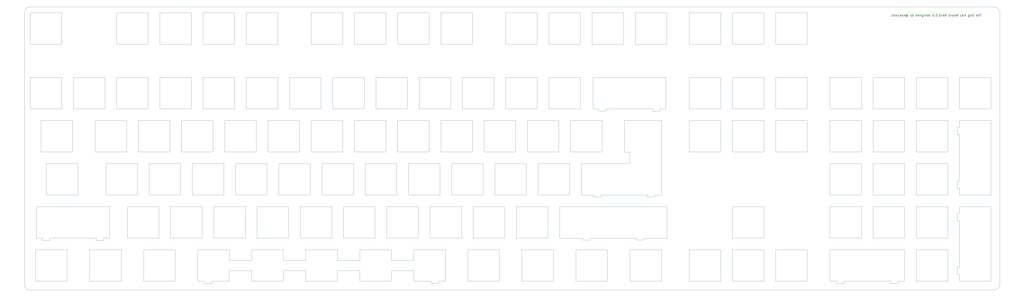
<source format=gbo>
G04 #@! TF.GenerationSoftware,KiCad,Pcbnew,(5.1.5)-3*
G04 #@! TF.CreationDate,2021-02-16T22:22:21+09:00*
G04 #@! TF.ProjectId,topplate,746f7070-6c61-4746-952e-6b696361645f,rev?*
G04 #@! TF.SameCoordinates,Original*
G04 #@! TF.FileFunction,Legend,Bot*
G04 #@! TF.FilePolarity,Positive*
%FSLAX46Y46*%
G04 Gerber Fmt 4.6, Leading zero omitted, Abs format (unit mm)*
G04 Created by KiCad (PCBNEW (5.1.5)-3) date 2021-02-16 22:22:21*
%MOMM*%
%LPD*%
G04 APERTURE LIST*
%ADD10C,0.150000*%
%ADD11C,0.010000*%
%ADD12C,2.302000*%
G04 APERTURE END LIST*
D10*
X412303261Y6389619D02*
X411731833Y6389619D01*
X412017547Y5389619D02*
X412017547Y6389619D01*
X411398500Y5389619D02*
X411398500Y6389619D01*
X410969928Y5389619D02*
X410969928Y5913428D01*
X411017547Y6008666D01*
X411112785Y6056285D01*
X411255642Y6056285D01*
X411350880Y6008666D01*
X411398500Y5961047D01*
X410112785Y5437238D02*
X410208023Y5389619D01*
X410398500Y5389619D01*
X410493738Y5437238D01*
X410541357Y5532476D01*
X410541357Y5913428D01*
X410493738Y6008666D01*
X410398500Y6056285D01*
X410208023Y6056285D01*
X410112785Y6008666D01*
X410065166Y5913428D01*
X410065166Y5818190D01*
X410541357Y5722952D01*
X408874690Y5389619D02*
X408874690Y6389619D01*
X408636595Y6389619D01*
X408493738Y6342000D01*
X408398500Y6246761D01*
X408350880Y6151523D01*
X408303261Y5961047D01*
X408303261Y5818190D01*
X408350880Y5627714D01*
X408398500Y5532476D01*
X408493738Y5437238D01*
X408636595Y5389619D01*
X408874690Y5389619D01*
X407731833Y5389619D02*
X407827071Y5437238D01*
X407874690Y5484857D01*
X407922309Y5580095D01*
X407922309Y5865809D01*
X407874690Y5961047D01*
X407827071Y6008666D01*
X407731833Y6056285D01*
X407588976Y6056285D01*
X407493738Y6008666D01*
X407446119Y5961047D01*
X407398500Y5865809D01*
X407398500Y5580095D01*
X407446119Y5484857D01*
X407493738Y5437238D01*
X407588976Y5389619D01*
X407731833Y5389619D01*
X406541357Y6056285D02*
X406541357Y5246761D01*
X406588976Y5151523D01*
X406636595Y5103904D01*
X406731833Y5056285D01*
X406874690Y5056285D01*
X406969928Y5103904D01*
X406541357Y5437238D02*
X406636595Y5389619D01*
X406827071Y5389619D01*
X406922309Y5437238D01*
X406969928Y5484857D01*
X407017547Y5580095D01*
X407017547Y5865809D01*
X406969928Y5961047D01*
X406922309Y6008666D01*
X406827071Y6056285D01*
X406636595Y6056285D01*
X406541357Y6008666D01*
X405303261Y5389619D02*
X405303261Y6389619D01*
X404731833Y5389619D02*
X405160404Y5961047D01*
X404731833Y6389619D02*
X405303261Y5818190D01*
X403922309Y5437238D02*
X404017547Y5389619D01*
X404208023Y5389619D01*
X404303261Y5437238D01*
X404350880Y5532476D01*
X404350880Y5913428D01*
X404303261Y6008666D01*
X404208023Y6056285D01*
X404017547Y6056285D01*
X403922309Y6008666D01*
X403874690Y5913428D01*
X403874690Y5818190D01*
X404350880Y5722952D01*
X403541357Y6056285D02*
X403303261Y5389619D01*
X403065166Y6056285D02*
X403303261Y5389619D01*
X403398500Y5151523D01*
X403446119Y5103904D01*
X403541357Y5056285D01*
X401588976Y5913428D02*
X401446119Y5865809D01*
X401398500Y5818190D01*
X401350880Y5722952D01*
X401350880Y5580095D01*
X401398500Y5484857D01*
X401446119Y5437238D01*
X401541357Y5389619D01*
X401922309Y5389619D01*
X401922309Y6389619D01*
X401588976Y6389619D01*
X401493738Y6342000D01*
X401446119Y6294380D01*
X401398500Y6199142D01*
X401398500Y6103904D01*
X401446119Y6008666D01*
X401493738Y5961047D01*
X401588976Y5913428D01*
X401922309Y5913428D01*
X400779452Y5389619D02*
X400874690Y5437238D01*
X400922309Y5484857D01*
X400969928Y5580095D01*
X400969928Y5865809D01*
X400922309Y5961047D01*
X400874690Y6008666D01*
X400779452Y6056285D01*
X400636595Y6056285D01*
X400541357Y6008666D01*
X400493738Y5961047D01*
X400446119Y5865809D01*
X400446119Y5580095D01*
X400493738Y5484857D01*
X400541357Y5437238D01*
X400636595Y5389619D01*
X400779452Y5389619D01*
X399588976Y5389619D02*
X399588976Y5913428D01*
X399636595Y6008666D01*
X399731833Y6056285D01*
X399922309Y6056285D01*
X400017547Y6008666D01*
X399588976Y5437238D02*
X399684214Y5389619D01*
X399922309Y5389619D01*
X400017547Y5437238D01*
X400065166Y5532476D01*
X400065166Y5627714D01*
X400017547Y5722952D01*
X399922309Y5770571D01*
X399684214Y5770571D01*
X399588976Y5818190D01*
X399112785Y5389619D02*
X399112785Y6056285D01*
X399112785Y5865809D02*
X399065166Y5961047D01*
X399017547Y6008666D01*
X398922309Y6056285D01*
X398827071Y6056285D01*
X398065166Y5389619D02*
X398065166Y6389619D01*
X398065166Y5437238D02*
X398160404Y5389619D01*
X398350880Y5389619D01*
X398446119Y5437238D01*
X398493738Y5484857D01*
X398541357Y5580095D01*
X398541357Y5865809D01*
X398493738Y5961047D01*
X398446119Y6008666D01*
X398350880Y6056285D01*
X398160404Y6056285D01*
X398065166Y6008666D01*
X396255642Y5389619D02*
X396588976Y5865809D01*
X396827071Y5389619D02*
X396827071Y6389619D01*
X396446119Y6389619D01*
X396350880Y6342000D01*
X396303261Y6294380D01*
X396255642Y6199142D01*
X396255642Y6056285D01*
X396303261Y5961047D01*
X396350880Y5913428D01*
X396446119Y5865809D01*
X396827071Y5865809D01*
X395446119Y5437238D02*
X395541357Y5389619D01*
X395731833Y5389619D01*
X395827071Y5437238D01*
X395874690Y5532476D01*
X395874690Y5913428D01*
X395827071Y6008666D01*
X395731833Y6056285D01*
X395541357Y6056285D01*
X395446119Y6008666D01*
X395398500Y5913428D01*
X395398500Y5818190D01*
X395874690Y5722952D01*
X395065166Y6056285D02*
X394827071Y5389619D01*
X394588976Y6056285D01*
X394255642Y6294380D02*
X394208023Y6342000D01*
X394112785Y6389619D01*
X393874690Y6389619D01*
X393779452Y6342000D01*
X393731833Y6294380D01*
X393684214Y6199142D01*
X393684214Y6103904D01*
X393731833Y5961047D01*
X394303261Y5389619D01*
X393684214Y5389619D01*
X393255642Y5484857D02*
X393208023Y5437238D01*
X393255642Y5389619D01*
X393303261Y5437238D01*
X393255642Y5484857D01*
X393255642Y5389619D01*
X392588976Y6389619D02*
X392493738Y6389619D01*
X392398500Y6342000D01*
X392350880Y6294380D01*
X392303261Y6199142D01*
X392255642Y6008666D01*
X392255642Y5770571D01*
X392303261Y5580095D01*
X392350880Y5484857D01*
X392398500Y5437238D01*
X392493738Y5389619D01*
X392588976Y5389619D01*
X392684214Y5437238D01*
X392731833Y5484857D01*
X392779452Y5580095D01*
X392827071Y5770571D01*
X392827071Y6008666D01*
X392779452Y6199142D01*
X392731833Y6294380D01*
X392684214Y6342000D01*
X392588976Y6389619D01*
X391827071Y5484857D02*
X391779452Y5437238D01*
X391827071Y5389619D01*
X391874690Y5437238D01*
X391827071Y5484857D01*
X391827071Y5389619D01*
X391160404Y6389619D02*
X391065166Y6389619D01*
X390969928Y6342000D01*
X390922309Y6294380D01*
X390874690Y6199142D01*
X390827071Y6008666D01*
X390827071Y5770571D01*
X390874690Y5580095D01*
X390922309Y5484857D01*
X390969928Y5437238D01*
X391065166Y5389619D01*
X391160404Y5389619D01*
X391255642Y5437238D01*
X391303261Y5484857D01*
X391350880Y5580095D01*
X391398500Y5770571D01*
X391398500Y6008666D01*
X391350880Y6199142D01*
X391303261Y6294380D01*
X391255642Y6342000D01*
X391160404Y6389619D01*
X389208023Y5389619D02*
X389208023Y6389619D01*
X389208023Y5437238D02*
X389303261Y5389619D01*
X389493738Y5389619D01*
X389588976Y5437238D01*
X389636595Y5484857D01*
X389684214Y5580095D01*
X389684214Y5865809D01*
X389636595Y5961047D01*
X389588976Y6008666D01*
X389493738Y6056285D01*
X389303261Y6056285D01*
X389208023Y6008666D01*
X388350880Y5437238D02*
X388446119Y5389619D01*
X388636595Y5389619D01*
X388731833Y5437238D01*
X388779452Y5532476D01*
X388779452Y5913428D01*
X388731833Y6008666D01*
X388636595Y6056285D01*
X388446119Y6056285D01*
X388350880Y6008666D01*
X388303261Y5913428D01*
X388303261Y5818190D01*
X388779452Y5722952D01*
X387922309Y5437238D02*
X387827071Y5389619D01*
X387636595Y5389619D01*
X387541357Y5437238D01*
X387493738Y5532476D01*
X387493738Y5580095D01*
X387541357Y5675333D01*
X387636595Y5722952D01*
X387779452Y5722952D01*
X387874690Y5770571D01*
X387922309Y5865809D01*
X387922309Y5913428D01*
X387874690Y6008666D01*
X387779452Y6056285D01*
X387636595Y6056285D01*
X387541357Y6008666D01*
X387065166Y5389619D02*
X387065166Y6056285D01*
X387065166Y6389619D02*
X387112785Y6342000D01*
X387065166Y6294380D01*
X387017547Y6342000D01*
X387065166Y6389619D01*
X387065166Y6294380D01*
X386160404Y6056285D02*
X386160404Y5246761D01*
X386208023Y5151523D01*
X386255642Y5103904D01*
X386350880Y5056285D01*
X386493738Y5056285D01*
X386588976Y5103904D01*
X386160404Y5437238D02*
X386255642Y5389619D01*
X386446119Y5389619D01*
X386541357Y5437238D01*
X386588976Y5484857D01*
X386636595Y5580095D01*
X386636595Y5865809D01*
X386588976Y5961047D01*
X386541357Y6008666D01*
X386446119Y6056285D01*
X386255642Y6056285D01*
X386160404Y6008666D01*
X385684214Y6056285D02*
X385684214Y5389619D01*
X385684214Y5961047D02*
X385636595Y6008666D01*
X385541357Y6056285D01*
X385398500Y6056285D01*
X385303261Y6008666D01*
X385255642Y5913428D01*
X385255642Y5389619D01*
X384398500Y5437238D02*
X384493738Y5389619D01*
X384684214Y5389619D01*
X384779452Y5437238D01*
X384827071Y5532476D01*
X384827071Y5913428D01*
X384779452Y6008666D01*
X384684214Y6056285D01*
X384493738Y6056285D01*
X384398500Y6008666D01*
X384350880Y5913428D01*
X384350880Y5818190D01*
X384827071Y5722952D01*
X383493738Y5389619D02*
X383493738Y6389619D01*
X383493738Y5437238D02*
X383588976Y5389619D01*
X383779452Y5389619D01*
X383874690Y5437238D01*
X383922309Y5484857D01*
X383969928Y5580095D01*
X383969928Y5865809D01*
X383922309Y5961047D01*
X383874690Y6008666D01*
X383779452Y6056285D01*
X383588976Y6056285D01*
X383493738Y6008666D01*
X382255642Y5389619D02*
X382255642Y6389619D01*
X382255642Y6008666D02*
X382160404Y6056285D01*
X381969928Y6056285D01*
X381874690Y6008666D01*
X381827071Y5961047D01*
X381779452Y5865809D01*
X381779452Y5580095D01*
X381827071Y5484857D01*
X381874690Y5437238D01*
X381969928Y5389619D01*
X382160404Y5389619D01*
X382255642Y5437238D01*
X381446119Y6056285D02*
X381208023Y5389619D01*
X380969928Y6056285D02*
X381208023Y5389619D01*
X381303261Y5151523D01*
X381350880Y5103904D01*
X381446119Y5056285D01*
X379208023Y5865809D02*
X379255642Y5913428D01*
X379350880Y5961047D01*
X379446119Y5961047D01*
X379541357Y5913428D01*
X379588976Y5865809D01*
X379636595Y5770571D01*
X379636595Y5675333D01*
X379588976Y5580095D01*
X379541357Y5532476D01*
X379446119Y5484857D01*
X379350880Y5484857D01*
X379255642Y5532476D01*
X379208023Y5580095D01*
X379208023Y5961047D02*
X379208023Y5580095D01*
X379160404Y5532476D01*
X379112785Y5532476D01*
X379017547Y5580095D01*
X378969928Y5675333D01*
X378969928Y5913428D01*
X379065166Y6056285D01*
X379208023Y6151523D01*
X379398500Y6199142D01*
X379588976Y6151523D01*
X379731833Y6056285D01*
X379827071Y5913428D01*
X379874690Y5722952D01*
X379827071Y5532476D01*
X379731833Y5389619D01*
X379588976Y5294380D01*
X379398500Y5246761D01*
X379208023Y5294380D01*
X379065166Y5389619D01*
X378541357Y5389619D02*
X378541357Y6389619D01*
X378446119Y5770571D02*
X378160404Y5389619D01*
X378160404Y6056285D02*
X378541357Y5675333D01*
X377303261Y5389619D02*
X377303261Y5913428D01*
X377350880Y6008666D01*
X377446119Y6056285D01*
X377636595Y6056285D01*
X377731833Y6008666D01*
X377303261Y5437238D02*
X377398500Y5389619D01*
X377636595Y5389619D01*
X377731833Y5437238D01*
X377779452Y5532476D01*
X377779452Y5627714D01*
X377731833Y5722952D01*
X377636595Y5770571D01*
X377398500Y5770571D01*
X377303261Y5818190D01*
X376827071Y5389619D02*
X376827071Y6389619D01*
X376731833Y5770571D02*
X376446119Y5389619D01*
X376446119Y6056285D02*
X376827071Y5675333D01*
X375588976Y6056285D02*
X375588976Y5389619D01*
X376017547Y6056285D02*
X376017547Y5532476D01*
X375969928Y5437238D01*
X375874690Y5389619D01*
X375731833Y5389619D01*
X375636595Y5437238D01*
X375588976Y5484857D01*
X375112785Y6056285D02*
X375112785Y5389619D01*
X375112785Y5961047D02*
X375065166Y6008666D01*
X374969928Y6056285D01*
X374827071Y6056285D01*
X374731833Y6008666D01*
X374684214Y5913428D01*
X374684214Y5389619D01*
X374208023Y5389619D02*
X374208023Y6389619D01*
X374112785Y5770571D02*
X373827071Y5389619D01*
X373827071Y6056285D02*
X374208023Y5675333D01*
X373398500Y5389619D02*
X373398500Y6389619D01*
X373398500Y6008666D02*
X373303261Y6056285D01*
X373112785Y6056285D01*
X373017547Y6008666D01*
X372969928Y5961047D01*
X372922309Y5865809D01*
X372922309Y5580095D01*
X372969928Y5484857D01*
X373017547Y5437238D01*
X373112785Y5389619D01*
X373303261Y5389619D01*
X373398500Y5437238D01*
X372493738Y5484857D02*
X372446119Y5437238D01*
X372493738Y5389619D01*
X372541357Y5437238D01*
X372493738Y5484857D01*
X372493738Y5389619D01*
D11*
X273715510Y-78741000D02*
X226378510Y-78741000D01*
X263596510Y-93491400D02*
X263596510Y-92740400D01*
X273715510Y-92740400D02*
X273715510Y-78741000D01*
X260296510Y-92740400D02*
X260296510Y-93491400D01*
X263596510Y-92740400D02*
X273715510Y-92740400D01*
X260296510Y-93491400D02*
X263596510Y-93491400D01*
X239796510Y-92740400D02*
X260296510Y-92740400D01*
X239796510Y-93491400D02*
X239796510Y-92740400D01*
X236497510Y-93491400D02*
X239796510Y-93491400D01*
X236497510Y-92740400D02*
X236497510Y-93491400D01*
X226378510Y-92740400D02*
X236497510Y-92740400D01*
X226378510Y-78741000D02*
X226378510Y-92740400D01*
X271334510Y-73690300D02*
X271334510Y-40641000D01*
X265058510Y-73690300D02*
X265058510Y-74441400D01*
X268359510Y-73690300D02*
X271334510Y-73690300D01*
X271334510Y-40641000D02*
X254953510Y-40641000D01*
X244557510Y-73690300D02*
X265058510Y-73690300D01*
X268359510Y-74441400D02*
X268359510Y-73690300D01*
X265058510Y-74441400D02*
X268359510Y-74441400D01*
X257333510Y-54640300D02*
X257333510Y-59691000D01*
X235903510Y-73690300D02*
X241258510Y-73690300D01*
X257333510Y-59691000D02*
X235903510Y-59691000D01*
X244557510Y-74441400D02*
X244557510Y-73690300D01*
X241258510Y-74441400D02*
X244557510Y-74441400D01*
X235903510Y-59691000D02*
X235903510Y-73690300D01*
X254953510Y-54640300D02*
X257333510Y-54640300D01*
X254953510Y-40641000D02*
X254953510Y-54640300D01*
X241258510Y-73690300D02*
X241258510Y-74441400D01*
X402592510Y-81716300D02*
X402592510Y-78741000D01*
X401622510Y-46816100D02*
X402592510Y-46816100D01*
X401622510Y-43616400D02*
X401622510Y-46816100D01*
X402592510Y-43616400D02*
X401622510Y-43616400D01*
X402592510Y-40641000D02*
X402592510Y-43616400D01*
X345442510Y-97789800D02*
X345442510Y-111691420D01*
X114458510Y-97789800D02*
X114458510Y-102491600D01*
X348416510Y-111691420D02*
X348416510Y-112661560D01*
X345442510Y-111691420D02*
X348416510Y-111691420D01*
X80733910Y-97789800D02*
X66833710Y-97789800D01*
X90647510Y-102491600D02*
X80733910Y-102491600D01*
X138272510Y-102491600D02*
X128358510Y-102491600D01*
X104547510Y-102491600D02*
X104547510Y-97789800D01*
X114458510Y-102491600D02*
X104547510Y-102491600D01*
X90647510Y-97789800D02*
X90647510Y-102491600D01*
X128358510Y-102491600D02*
X128358510Y-97789800D01*
X104547510Y-97789800D02*
X90647510Y-97789800D01*
X128358510Y-97789800D02*
X114458510Y-97789800D01*
X80733910Y-102491600D02*
X80733910Y-97789800D01*
X348416510Y-112661560D02*
X351616510Y-112661560D01*
X173008510Y-111691420D02*
X175983510Y-111691420D01*
X169809510Y-111691420D02*
X169809510Y-112661560D01*
X138272510Y-111691420D02*
X152172510Y-111691420D01*
X128358510Y-106990920D02*
X138272510Y-106990920D01*
X173008510Y-112661560D02*
X173008510Y-111691420D01*
X175983510Y-97789800D02*
X162083510Y-97789800D01*
X152172510Y-111691420D02*
X152172510Y-106990920D01*
X175983510Y-111691420D02*
X175983510Y-97789800D01*
X162083510Y-106990920D02*
X162083510Y-111691420D01*
X114458510Y-106990920D02*
X114458510Y-111691420D01*
X138272510Y-97789800D02*
X138272510Y-102491600D01*
X169809510Y-112661560D02*
X173008510Y-112661560D01*
X114458510Y-111691420D02*
X128358510Y-111691420D01*
X152172510Y-97789800D02*
X138272510Y-97789800D01*
X152172510Y-102491600D02*
X152172510Y-97789800D01*
X162083510Y-102491600D02*
X152172510Y-102491600D01*
X162083510Y-97789800D02*
X162083510Y-102491600D01*
X162083510Y-111691420D02*
X169809510Y-111691420D01*
X152172510Y-106990920D02*
X162083510Y-106990920D01*
X104547510Y-111691420D02*
X104547510Y-106990920D01*
X104547510Y-106990920D02*
X114458510Y-106990920D01*
X128358510Y-111691420D02*
X128358510Y-106990920D01*
X138272510Y-106990920D02*
X138272510Y-111691420D01*
X66833710Y-111691420D02*
X69809010Y-111691420D01*
X80733910Y-106990920D02*
X90647510Y-106990920D01*
X80733910Y-111691420D02*
X80733910Y-106990920D01*
X66833710Y-97789800D02*
X66833710Y-111691420D01*
X69809010Y-111691420D02*
X69809010Y-112661560D01*
X90647510Y-111691420D02*
X104547510Y-111691420D01*
X73008710Y-111691420D02*
X80733910Y-111691420D01*
X69809010Y-112661560D02*
X73008710Y-112661560D01*
X73008710Y-112661560D02*
X73008710Y-111691420D01*
X90647510Y-106990920D02*
X90647510Y-111691420D01*
X364492510Y-54541500D02*
X364492510Y-40641000D01*
X359341510Y-54541500D02*
X345442510Y-54541500D01*
X345442510Y-40641000D02*
X359341510Y-40641000D01*
X321628510Y-40641000D02*
X335527510Y-40641000D01*
X378391510Y-40641000D02*
X378391510Y-54541500D01*
X335527510Y-54541500D02*
X321628510Y-54541500D01*
X397441510Y-54541500D02*
X383542510Y-54541500D01*
X383542510Y-40641000D02*
X397441510Y-40641000D01*
X345442510Y-54541500D02*
X345442510Y-40641000D01*
X302578510Y-54541500D02*
X302578510Y-40641000D01*
X297427510Y-54541500D02*
X283528510Y-54541500D01*
X316477510Y-54541500D02*
X302578510Y-54541500D01*
X302578510Y-40641000D02*
X316477510Y-40641000D01*
X359341510Y-40641000D02*
X359341510Y-54541500D01*
X316477510Y-40641000D02*
X316477510Y-54541500D01*
X283528510Y-54541500D02*
X283528510Y-40641000D01*
X335527510Y-40641000D02*
X335527510Y-54541500D01*
X321628510Y-54541500D02*
X321628510Y-40641000D01*
X397441510Y-40641000D02*
X397441510Y-54541500D01*
X383542510Y-54541500D02*
X383542510Y-40641000D01*
X378391510Y-54541500D02*
X364492510Y-54541500D01*
X364492510Y-40641000D02*
X378391510Y-40641000D01*
X116841510Y-40641000D02*
X130741510Y-40641000D01*
X59691410Y-40641000D02*
X73591510Y-40641000D01*
X-2221130Y-54541500D02*
X-2221130Y-40641000D01*
X193041510Y-40641000D02*
X206941510Y-40641000D01*
X111691510Y-54541500D02*
X97789510Y-54541500D01*
X-2221130Y-40641000D02*
X11677810Y-40641000D01*
X92641510Y-54541500D02*
X78741410Y-54541500D01*
X40641410Y-54541500D02*
X40641410Y-40641000D01*
X231141510Y-54541500D02*
X231141510Y-40641000D01*
X245040510Y-54541500D02*
X231141510Y-54541500D01*
X245040510Y-40641000D02*
X245040510Y-54541500D01*
X231141510Y-40641000D02*
X245040510Y-40641000D01*
X212091510Y-54541500D02*
X212091510Y-40641000D01*
X225991510Y-40641000D02*
X225991510Y-54541500D01*
X97789510Y-40641000D02*
X111691510Y-40641000D01*
X206941510Y-54541500D02*
X193041510Y-54541500D01*
X11677810Y-54541500D02*
X-2221130Y-54541500D01*
X187891510Y-40641000D02*
X187891510Y-54541500D01*
X173991510Y-40641000D02*
X187891510Y-40641000D01*
X154941510Y-40641000D02*
X168841510Y-40641000D01*
X130741510Y-40641000D02*
X130741510Y-54541500D01*
X135891510Y-40641000D02*
X149791510Y-40641000D01*
X59691410Y-54541500D02*
X59691410Y-40641000D01*
X116841510Y-54541500D02*
X116841510Y-40641000D01*
X111691510Y-40641000D02*
X111691510Y-54541500D01*
X21591410Y-40641000D02*
X35491510Y-40641000D01*
X11677810Y-40641000D02*
X11677810Y-54541500D01*
X149791510Y-54541500D02*
X135891510Y-54541500D01*
X78741410Y-40641000D02*
X92641510Y-40641000D01*
X54541510Y-54541500D02*
X40641410Y-54541500D01*
X40641410Y-40641000D02*
X54541510Y-40641000D01*
X154941510Y-54541500D02*
X154941510Y-40641000D01*
X135891510Y-54541500D02*
X135891510Y-40641000D01*
X97789510Y-54541500D02*
X97789510Y-40641000D01*
X149791510Y-40641000D02*
X149791510Y-54541500D01*
X206941510Y-40641000D02*
X206941510Y-54541500D01*
X21591410Y-54541500D02*
X21591410Y-40641000D01*
X416491510Y-40641000D02*
X402592510Y-40641000D01*
X212091510Y-40641000D02*
X225991510Y-40641000D01*
X168841510Y-54541500D02*
X154941510Y-54541500D01*
X168841510Y-40641000D02*
X168841510Y-54541500D01*
X187891510Y-54541500D02*
X173991510Y-54541500D01*
X225991510Y-54541500D02*
X212091510Y-54541500D01*
X130741510Y-54541500D02*
X116841510Y-54541500D01*
X35491510Y-40641000D02*
X35491510Y-54541500D01*
X193041510Y-54541500D02*
X193041510Y-40641000D01*
X173991510Y-54541500D02*
X173991510Y-40641000D01*
X73591510Y-40641000D02*
X73591510Y-54541500D01*
X54541510Y-40641000D02*
X54541510Y-54541500D01*
X73591510Y-54541500D02*
X59691410Y-54541500D01*
X35491510Y-54541500D02*
X21591410Y-54541500D01*
X297427510Y-40641000D02*
X297427510Y-54541500D01*
X283528510Y-40641000D02*
X297427510Y-40641000D01*
X92641510Y-40641000D02*
X92641510Y-54541500D01*
X78741410Y-54541500D02*
X78741410Y-40641000D01*
X364492510Y-73591500D02*
X364492510Y-59691000D01*
X416491510Y-73591500D02*
X416491510Y-40641000D01*
X378391510Y-59691000D02*
X378391510Y-73591500D01*
X211702510Y-59691000D02*
X211702510Y-73591500D01*
X230752510Y-59691000D02*
X230752510Y-73591500D01*
X159703510Y-59691000D02*
X173602510Y-59691000D01*
X364492510Y-59691000D02*
X378391510Y-59691000D01*
X359341510Y-73591500D02*
X345442510Y-73591500D01*
X173602510Y-59691000D02*
X173602510Y-73591500D01*
X159703510Y-73591500D02*
X159703510Y-59691000D01*
X402592510Y-73591500D02*
X416491510Y-73591500D01*
X402592510Y-70616200D02*
X402592510Y-73591500D01*
X197803510Y-59691000D02*
X211702510Y-59691000D01*
X397441510Y-73591500D02*
X383542510Y-73591500D01*
X378391510Y-73591500D02*
X364492510Y-73591500D01*
X192652510Y-73591500D02*
X178753510Y-73591500D01*
X216853510Y-73591500D02*
X216853510Y-59691000D01*
X345442510Y-59691000D02*
X359341510Y-59691000D01*
X401622510Y-70616200D02*
X402592510Y-70616200D01*
X401622510Y-67416500D02*
X401622510Y-70616200D01*
X402592510Y-46816100D02*
X402592510Y-67416500D01*
X397441510Y-59691000D02*
X397441510Y-73591500D01*
X383542510Y-59691000D02*
X397441510Y-59691000D01*
X178753510Y-73591500D02*
X178753510Y-59691000D01*
X230752510Y-73591500D02*
X216853510Y-73591500D01*
X197803510Y-73591500D02*
X197803510Y-59691000D01*
X173602510Y-73591500D02*
X159703510Y-73591500D01*
X383542510Y-73591500D02*
X383542510Y-59691000D01*
X345442510Y-73591500D02*
X345442510Y-59691000D01*
X359341510Y-59691000D02*
X359341510Y-73591500D01*
X216853510Y-59691000D02*
X230752510Y-59691000D01*
X211702510Y-73591500D02*
X197803510Y-73591500D01*
X178753510Y-59691000D02*
X192652510Y-59691000D01*
X402592510Y-67416500D02*
X401622510Y-67416500D01*
X192652510Y-59691000D02*
X192652510Y-73591500D01*
X154552510Y-59691000D02*
X154552510Y-73591500D01*
X135502510Y-59691000D02*
X135502510Y-73591500D01*
X83503910Y-73591500D02*
X83503910Y-59691000D01*
X78352610Y-73591500D02*
X64453910Y-73591500D01*
X154552510Y-73591500D02*
X140653510Y-73591500D01*
X40252610Y-73591500D02*
X26353910Y-73591500D01*
X140653510Y-59691000D02*
X154552510Y-59691000D01*
X83503910Y-59691000D02*
X97402510Y-59691000D01*
X121603510Y-59691000D02*
X135502510Y-59691000D01*
X102553510Y-73591500D02*
X102553510Y-59691000D01*
X116452510Y-73591500D02*
X102553510Y-73591500D01*
X45403910Y-73591500D02*
X45403910Y-59691000D01*
X102553510Y-59691000D02*
X116452510Y-59691000D01*
X14059010Y-73591500D02*
X158740Y-73591500D01*
X158740Y-73591500D02*
X158740Y-59691000D01*
X64453910Y-59691000D02*
X78352610Y-59691000D01*
X59302610Y-73591500D02*
X45403910Y-73591500D01*
X59302610Y-59691000D02*
X59302610Y-73591500D01*
X45403910Y-59691000D02*
X59302610Y-59691000D01*
X26353910Y-73591500D02*
X26353910Y-59691000D01*
X14059010Y-59691000D02*
X14059010Y-73591500D01*
X158740Y-59691000D02*
X14059010Y-59691000D01*
X64453910Y-73591500D02*
X64453910Y-59691000D01*
X116452510Y-59691000D02*
X116452510Y-73591500D01*
X121603510Y-73591500D02*
X121603510Y-59691000D01*
X135502510Y-73591500D02*
X121603510Y-73591500D01*
X97402510Y-73591500D02*
X83503910Y-73591500D01*
X26353910Y-59691000D02*
X40252610Y-59691000D01*
X97402510Y-59691000D02*
X97402510Y-73591500D01*
X78352610Y-59691000D02*
X78352610Y-73591500D01*
X40252610Y-59691000D02*
X40252610Y-73591500D01*
X140653510Y-73591500D02*
X140653510Y-59691000D01*
X383542510Y-92641400D02*
X383542510Y-78741000D01*
X383542510Y-78741000D02*
X397441510Y-78741000D01*
X345442510Y-78741000D02*
X359341510Y-78741000D01*
X359341510Y-92641400D02*
X345442510Y-92641400D01*
X364492510Y-92641400D02*
X364492510Y-78741000D01*
X202177510Y-78741000D02*
X202177510Y-92641400D01*
X378391510Y-78741000D02*
X378391510Y-92641400D01*
X207328510Y-92641400D02*
X207328510Y-78741000D01*
X221227510Y-92641400D02*
X207328510Y-92641400D01*
X302578510Y-78741000D02*
X316477510Y-78741000D01*
X397441510Y-92641400D02*
X383542510Y-92641400D01*
X221227510Y-78741000D02*
X221227510Y-92641400D01*
X397441510Y-78741000D02*
X397441510Y-92641400D01*
X359341510Y-78741000D02*
X359341510Y-92641400D01*
X207328510Y-78741000D02*
X221227510Y-78741000D01*
X378391510Y-92641400D02*
X364492510Y-92641400D01*
X188278510Y-92641400D02*
X188278510Y-78741000D01*
X364492510Y-78741000D02*
X378391510Y-78741000D01*
X345442510Y-92641400D02*
X345442510Y-78741000D01*
X316477510Y-92641400D02*
X302578510Y-92641400D01*
X302578510Y-92641400D02*
X302578510Y-78741000D01*
X316477510Y-78741000D02*
X316477510Y-92641400D01*
X188278510Y-78741000D02*
X202177510Y-78741000D01*
X202177510Y-92641400D02*
X188278510Y-92641400D01*
X150178510Y-78741000D02*
X164077510Y-78741000D01*
X131128510Y-92641400D02*
X131128510Y-78741000D01*
X112078510Y-92641400D02*
X112078510Y-78741000D01*
X125977510Y-92641400D02*
X112078510Y-92641400D01*
X68827610Y-78741000D02*
X68827610Y-92641400D01*
X125977510Y-78741000D02*
X125977510Y-92641400D01*
X73978910Y-92641400D02*
X73978910Y-78741000D01*
X68827610Y-92641400D02*
X54928910Y-92641400D01*
X35878910Y-78741000D02*
X49777610Y-78741000D01*
X169228510Y-92641400D02*
X169228510Y-78741000D01*
X164077510Y-78741000D02*
X164077510Y-92641400D01*
X73978910Y-78741000D02*
X87877610Y-78741000D01*
X183127510Y-78741000D02*
X183127510Y-92641400D01*
X150178510Y-92641400D02*
X150178510Y-78741000D01*
X54928910Y-78741000D02*
X68827610Y-78741000D01*
X183127510Y-92641400D02*
X169228510Y-92641400D01*
X54928910Y-92641400D02*
X54928910Y-78741000D01*
X106927510Y-92641400D02*
X93028510Y-92641400D01*
X169228510Y-78741000D02*
X183127510Y-78741000D01*
X164077510Y-92641400D02*
X150178510Y-92641400D01*
X145027510Y-92641400D02*
X131128510Y-92641400D01*
X49777610Y-78741000D02*
X49777610Y-92641400D01*
X145027510Y-78741000D02*
X145027510Y-92641400D01*
X131128510Y-78741000D02*
X145027510Y-78741000D01*
X106927510Y-78741000D02*
X106927510Y-92641400D01*
X93028510Y-78741000D02*
X106927510Y-78741000D01*
X87877610Y-78741000D02*
X87877610Y-92641400D01*
X87877610Y-92641400D02*
X73978910Y-92641400D01*
X112078510Y-78741000D02*
X125977510Y-78741000D01*
X35878910Y-92641400D02*
X35878910Y-78741000D01*
X93028510Y-92641400D02*
X93028510Y-78741000D01*
X49777610Y-92641400D02*
X35878910Y-92641400D01*
X27922010Y-78741000D02*
X-4177920Y-78741000D01*
X1572610Y-92641400D02*
X22172910Y-92641400D01*
X22172910Y-92641400D02*
X22172910Y-93611600D01*
X1572610Y-93611600D02*
X1572610Y-92641400D01*
X27922010Y-78741000D02*
X27922010Y-92641400D01*
X25372710Y-92641400D02*
X27922010Y-92641400D01*
X22172910Y-93611600D02*
X25372710Y-93611600D01*
X25372710Y-93611600D02*
X25372710Y-92641400D01*
X401622510Y-108716250D02*
X402592510Y-108716250D01*
X-4177920Y-78741000D02*
X-4177920Y-92641400D01*
X416491510Y-78741000D02*
X402592510Y-78741000D01*
X402592510Y-108716250D02*
X402592510Y-111691420D01*
X416491510Y-111691420D02*
X416491510Y-78741000D01*
X-1627190Y-93611600D02*
X1572610Y-93611600D01*
X-1627190Y-92641400D02*
X-1627190Y-93611600D01*
X402592510Y-111691420D02*
X416491510Y-111691420D01*
X-4177920Y-92641400D02*
X-1627190Y-92641400D01*
X401622510Y-81716300D02*
X401622510Y-84916100D01*
X316477510Y-111691420D02*
X302578510Y-111691420D01*
X397441510Y-97789800D02*
X397441510Y-111691420D01*
X383542510Y-97789800D02*
X397441510Y-97789800D01*
X302578510Y-111691420D02*
X302578510Y-97789800D01*
X397441510Y-111691420D02*
X383542510Y-111691420D01*
X401622510Y-105516420D02*
X401622510Y-108716250D01*
X321628510Y-111691420D02*
X321628510Y-97789800D01*
X402592510Y-105516420D02*
X401622510Y-105516420D01*
X402592510Y-81716300D02*
X401622510Y-81716300D01*
X401622510Y-84916100D02*
X402592510Y-84916100D01*
X335527510Y-111691420D02*
X321628510Y-111691420D01*
X335527510Y-97789800D02*
X335527510Y-111691420D01*
X383542510Y-111691420D02*
X383542510Y-97789800D01*
X402592510Y-84916100D02*
X402592510Y-105516420D01*
X321628510Y-97789800D02*
X335527510Y-97789800D01*
X178366510Y-21591000D02*
X178366510Y-35491500D01*
X202566510Y-35491500D02*
X202566510Y-21591000D01*
X235516510Y-35491500D02*
X221616510Y-35491500D01*
X183516510Y-35491500D02*
X183516510Y-21591000D01*
X164466510Y-21591000D02*
X178366510Y-21591000D01*
X216466510Y-21591000D02*
X216466510Y-35491500D01*
X297427510Y-21591000D02*
X297427510Y-35491500D01*
X283528510Y-21591000D02*
X297427510Y-21591000D01*
X302578510Y-21591000D02*
X316477510Y-21591000D01*
X283528510Y-35491500D02*
X283528510Y-21591000D01*
X216466510Y-35491500D02*
X202566510Y-35491500D01*
X183516510Y-21591000D02*
X197416510Y-21591000D01*
X297427510Y-35491500D02*
X283528510Y-35491500D01*
X221616510Y-21591000D02*
X235516510Y-21591000D01*
X197416510Y-21591000D02*
X197416510Y-35491500D01*
X145416510Y-35491500D02*
X145416510Y-21591000D01*
X221616510Y-35491500D02*
X221616510Y-21591000D01*
X335527510Y-21591000D02*
X335527510Y-35491500D01*
X321628510Y-21591000D02*
X335527510Y-21591000D01*
X302578510Y-35491500D02*
X302578510Y-21591000D01*
X316477510Y-35491500D02*
X302578510Y-35491500D01*
X316477510Y-21591000D02*
X316477510Y-35491500D01*
X164466510Y-35491500D02*
X164466510Y-21591000D01*
X178366510Y-35491500D02*
X164466510Y-35491500D01*
X159316510Y-35491500D02*
X145416510Y-35491500D01*
X235516510Y-21591000D02*
X235516510Y-35491500D01*
X197416510Y-35491500D02*
X183516510Y-35491500D01*
X202566510Y-21591000D02*
X216466510Y-21591000D01*
X31114910Y-35491500D02*
X31114910Y-21591000D01*
X126366510Y-21591000D02*
X140266510Y-21591000D01*
X121216510Y-21591000D02*
X121216510Y-35491500D01*
X107316510Y-21591000D02*
X121216510Y-21591000D01*
X25966510Y-21591000D02*
X25966510Y-35491500D01*
X83116510Y-21591000D02*
X83116510Y-35491500D01*
X246841510Y-35491500D02*
X267441511Y-35491500D01*
X140266510Y-21591000D02*
X140266510Y-35491500D01*
X88264910Y-35491500D02*
X88264910Y-21591000D01*
X107316510Y-35491500D02*
X107316510Y-21591000D01*
X273190510Y-35491500D02*
X273190510Y-21591000D01*
X243641510Y-36461700D02*
X246841510Y-36461700D01*
X12066410Y-35491500D02*
X12066410Y-21591000D01*
X241090510Y-35491500D02*
X243641510Y-35491500D01*
X241090510Y-21591000D02*
X241090510Y-28991300D01*
X6916710Y-21591000D02*
X6916710Y-35491500D01*
X121216510Y-35491500D02*
X107316510Y-35491500D01*
X69214910Y-35491500D02*
X69214910Y-21591000D01*
X64066510Y-35491500D02*
X50164910Y-35491500D01*
X267441510Y-36461700D02*
X270641510Y-36461700D01*
X102165510Y-21591000D02*
X102165510Y-35491500D01*
X-6985000Y-35491500D02*
X-6985000Y-21591000D01*
X270641510Y-36461700D02*
X270641510Y-35491500D01*
X243641510Y-35491500D02*
X243641510Y-36461700D01*
X126366510Y-35491500D02*
X126366510Y-21591000D01*
X140266510Y-35491500D02*
X126366510Y-35491500D01*
X25966510Y-35491500D02*
X12066410Y-35491500D01*
X102165510Y-35491500D02*
X88264910Y-35491500D01*
X88264910Y-21591000D02*
X102165510Y-21591000D01*
X-6985000Y-21591000D02*
X6916710Y-21591000D01*
X83116510Y-35491500D02*
X69214910Y-35491500D01*
X69214910Y-21591000D02*
X83116510Y-21591000D01*
X45016510Y-35491500D02*
X31114910Y-35491500D01*
X50164910Y-35491500D02*
X50164910Y-21591000D01*
X12066410Y-21591000D02*
X25966510Y-21591000D01*
X267441511Y-35491500D02*
X267441510Y-36461700D01*
X6916710Y-35491500D02*
X-6985000Y-35491500D01*
X273190510Y-21591000D02*
X241090510Y-21591000D01*
X241090510Y-28991300D02*
X241090510Y-35491500D01*
X64066510Y-21591000D02*
X64066510Y-35491500D01*
X50164910Y-21591000D02*
X64066510Y-21591000D01*
X31114910Y-21591000D02*
X45016510Y-21591000D01*
X246841510Y-36461700D02*
X246841510Y-35491500D01*
X45016510Y-21591000D02*
X45016510Y-35491500D01*
X270641510Y-35491500D02*
X273190510Y-35491500D01*
X159316510Y-21591000D02*
X159316510Y-35491500D01*
X145416510Y-21591000D02*
X159316510Y-21591000D01*
X223608510Y-97789800D02*
X223608510Y-111691420D01*
X302578510Y-97789800D02*
X316477510Y-97789800D01*
X283528510Y-111691420D02*
X283528510Y-97789800D01*
X247422510Y-111691420D02*
X233522510Y-111691420D01*
X257333510Y-97789800D02*
X271233510Y-97789800D01*
X199797510Y-97789800D02*
X199797510Y-111691420D01*
X297427510Y-97789800D02*
X297427510Y-111691420D01*
X271233510Y-111691420D02*
X257333510Y-111691420D01*
X247422510Y-97789800D02*
X247422510Y-111691420D01*
X233522510Y-97789800D02*
X247422510Y-97789800D01*
X283528510Y-97789800D02*
X297427510Y-97789800D01*
X209708510Y-111691420D02*
X209708510Y-97789800D01*
X209708510Y-97789800D02*
X223608510Y-97789800D01*
X271233510Y-97789800D02*
X271233510Y-111691420D01*
X316477510Y-97789800D02*
X316477510Y-111691420D01*
X257333510Y-111691420D02*
X257333510Y-97789800D01*
X185897510Y-111691420D02*
X185897510Y-97789800D01*
X199797510Y-111691420D02*
X185897510Y-111691420D01*
X43022610Y-111691420D02*
X43022610Y-97789800D01*
X185897510Y-97789800D02*
X199797510Y-97789800D01*
X297427510Y-111691420D02*
X283528510Y-111691420D01*
X233522510Y-111691420D02*
X233522510Y-97789800D01*
X223608510Y-111691420D02*
X209708510Y-111691420D01*
X375417510Y-111691420D02*
X378391510Y-111691420D01*
X372218510Y-112661560D02*
X375417510Y-112661560D01*
X-4602380Y-97789800D02*
X9297910Y-97789800D01*
X351616510Y-111691420D02*
X372218510Y-111691420D01*
X33108810Y-111691420D02*
X19208710Y-111691420D01*
X19208710Y-97789800D02*
X33108810Y-97789800D01*
X378391510Y-111691420D02*
X378391510Y-97789800D01*
X9297910Y-97789800D02*
X9297910Y-111691420D01*
X375417510Y-112661560D02*
X375417510Y-111691420D01*
X351616510Y-112661560D02*
X351616510Y-111691420D01*
X372218510Y-111691420D02*
X372218510Y-112661560D01*
X56922810Y-111691420D02*
X43022610Y-111691420D01*
X9297910Y-111691420D02*
X-4602380Y-111691420D01*
X56922810Y-97789800D02*
X56922810Y-111691420D01*
X43022610Y-97789800D02*
X56922810Y-97789800D01*
X19208710Y-111691420D02*
X19208710Y-97789800D01*
X33108810Y-97789800D02*
X33108810Y-111691420D01*
X-4602380Y-111691420D02*
X-4602380Y-97789800D01*
X378391510Y-97789800D02*
X345442510Y-97789800D01*
X31114910Y-6917000D02*
X31114910Y6985000D01*
X345442510Y-21591000D02*
X359341510Y-21591000D01*
X45016510Y-6917000D02*
X31114910Y-6917000D01*
X45016510Y6985000D02*
X45016510Y-6917000D01*
X31114910Y6985000D02*
X45016510Y6985000D01*
X6916710Y-6917000D02*
X-6985000Y-6917000D01*
X397441510Y-21591000D02*
X397441510Y-35491500D01*
X364492510Y-35491500D02*
X364492510Y-21591000D01*
X397441510Y-35491500D02*
X383542510Y-35491500D01*
X378391510Y-21591000D02*
X378391510Y-35491500D01*
X383542510Y-21591000D02*
X397441510Y-21591000D01*
X-6985000Y6985000D02*
X6916710Y6985000D01*
X-6985000Y-6917000D02*
X-6985000Y6985000D01*
X6916710Y6985000D02*
X6916710Y-6917000D01*
X64066510Y6985000D02*
X64066510Y-6917000D01*
X383542510Y-35491500D02*
X383542510Y-21591000D01*
X359341510Y-35491500D02*
X345442510Y-35491500D01*
X416491510Y-35491500D02*
X402592510Y-35491500D01*
X416491510Y-21591000D02*
X416491510Y-35491500D01*
X359341510Y-21591000D02*
X359341510Y-35491500D01*
X364492510Y-21591000D02*
X378391510Y-21591000D01*
X335527510Y-35491500D02*
X321628510Y-35491500D01*
X345442510Y-35491500D02*
X345442510Y-21591000D01*
X321628510Y-35491500D02*
X321628510Y-21591000D01*
X378391510Y-35491500D02*
X364492510Y-35491500D01*
X50164910Y6985000D02*
X64066510Y6985000D01*
X402592510Y-35491500D02*
X402592510Y-21591000D01*
X402592510Y-21591000D02*
X416491510Y-21591000D01*
X202566510Y6985000D02*
X216466510Y6985000D01*
X173991510Y-6917000D02*
X173991510Y6985000D01*
X259716510Y6985000D02*
X273616510Y6985000D01*
X83116510Y-6917000D02*
X69214910Y-6917000D01*
X69214910Y6985000D02*
X83116510Y6985000D01*
X335527510Y6985000D02*
X335527510Y-6917000D01*
X321628510Y6985000D02*
X335527510Y6985000D01*
X297427510Y-6917000D02*
X283528510Y-6917000D01*
X221616510Y6985000D02*
X235516510Y6985000D01*
X154941510Y-6917000D02*
X154941510Y6985000D01*
X149790510Y6985000D02*
X149790510Y-6917000D01*
X64066510Y-6917000D02*
X50164910Y-6917000D01*
X149790510Y-6917000D02*
X135891510Y-6917000D01*
X116841510Y6985000D02*
X130740510Y6985000D01*
X102165510Y6985000D02*
X102165510Y-6917000D01*
X302578510Y-6917000D02*
X302578510Y6985000D01*
X283528510Y6985000D02*
X297427510Y6985000D01*
X240666510Y-6917000D02*
X240666510Y6985000D01*
X69214910Y-6917000D02*
X69214910Y6985000D01*
X235516510Y-6917000D02*
X221616510Y-6917000D01*
X154941510Y6985000D02*
X168841510Y6985000D01*
X316477510Y-6917000D02*
X302578510Y-6917000D01*
X202566510Y-6917000D02*
X202566510Y6985000D01*
X135891510Y6985000D02*
X149790510Y6985000D01*
X240666510Y6985000D02*
X254566510Y6985000D01*
X216466510Y-6917000D02*
X202566510Y-6917000D01*
X135891510Y-6917000D02*
X135891510Y6985000D01*
X83116510Y6985000D02*
X83116510Y-6917000D01*
X102165510Y-6917000D02*
X88264910Y-6917000D01*
X187891510Y-6917000D02*
X173991510Y-6917000D01*
X216466510Y6985000D02*
X216466510Y-6917000D01*
X316477510Y6985000D02*
X316477510Y-6917000D01*
X130740510Y6985000D02*
X130740510Y-6917000D01*
X50164910Y-6917000D02*
X50164910Y6985000D01*
X254566510Y-6917000D02*
X240666510Y-6917000D01*
X302578510Y6985000D02*
X316477510Y6985000D01*
X321628510Y-6917000D02*
X321628510Y6985000D01*
X221616510Y-6917000D02*
X221616510Y6985000D01*
X335527510Y-6917000D02*
X321628510Y-6917000D01*
X273616510Y6985000D02*
X273616510Y-6917000D01*
X254566510Y6985000D02*
X254566510Y-6917000D01*
X173991510Y6985000D02*
X187891510Y6985000D01*
X88264910Y-6917000D02*
X88264910Y6985000D01*
X187891510Y6985000D02*
X187891510Y-6917000D01*
X168841510Y6985000D02*
X168841510Y-6917000D01*
X259716510Y-6917000D02*
X259716510Y6985000D01*
X168841510Y-6917000D02*
X154941510Y-6917000D01*
X297427510Y6985000D02*
X297427510Y-6917000D01*
X273616510Y-6917000D02*
X259716510Y-6917000D01*
X116841510Y-6917000D02*
X116841510Y6985000D01*
X283528510Y-6917000D02*
X283528510Y6985000D01*
X235516510Y6985000D02*
X235516510Y-6917000D01*
X130740510Y-6917000D02*
X116841510Y-6917000D01*
X88264910Y6985000D02*
X102165510Y6985000D01*
X420370000Y6985000D02*
X420370000Y-113030000D01*
X420370000Y-113030000D02*
G75*
G02X417830000Y-115570000I-2540000J0D01*
G01*
X-6985000Y-115570000D02*
X417830000Y-115570000D01*
X417830000Y9525000D02*
X-6985000Y9525000D01*
X417830000Y9525000D02*
G75*
G02X420370000Y6985000I0J-2540000D01*
G01*
X-9525000Y-113030000D02*
X-9525000Y6985000D01*
X-6985000Y-115570000D02*
G75*
G02X-9525000Y-113030000I0J2540000D01*
G01*
X-9525000Y6985000D02*
G75*
G02X-6985000Y9525000I2540000J0D01*
G01*
%LPC*%
D12*
X17145000Y5905500D03*
X343535000Y-12700000D03*
X343535000Y5905500D03*
X319405000Y-38100000D03*
X279400000Y5905500D03*
X123825000Y-37465000D03*
X228600000Y-38735000D03*
X228600000Y-95250000D03*
X133350000Y-96520000D03*
X381000000Y-95250000D03*
X17145000Y-39370000D03*
X14224000Y-99250500D03*
X416814000Y5969000D03*
X299974000Y-94996000D03*
X109474000Y5905500D03*
X195580000Y5905500D03*
M02*

</source>
